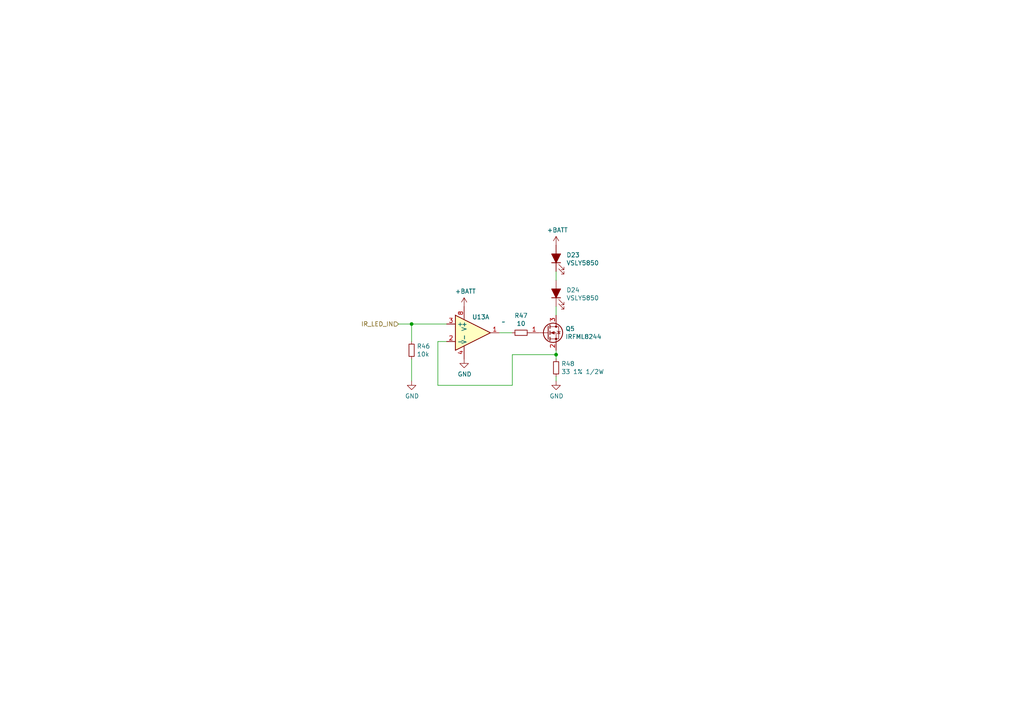
<source format=kicad_sch>
(kicad_sch (version 20231120) (generator "eeschema") (generator_version "8.0")
  (paper "A4")
  (lib_symbols
    (symbol "Device:LED_Filled" (pin_numbers hide) (pin_names (offset 1.016) hide)
      (property "Reference" "D" (at 0 2.54 0))
      (property "Value" "LED_Filled" (at 0 -2.54 0))
      (symbol "LED_Filled_0_1"
        (polyline (pts (xy -1.27 -1.27) (xy -1.27 1.27)) (stroke (width 0.254)))
        (polyline (pts (xy -1.27 0) (xy 1.27 0)))
        (polyline (pts (xy 1.27 -1.27) (xy 1.27 1.27) (xy -1.27 0) (xy 1.27 -1.27)) (stroke (width 0.254)) (fill (type outline)))
        (polyline (pts (xy -3.048 -0.762) (xy -4.572 -2.286) (xy -3.81 -2.286) (xy -4.572 -2.286) (xy -4.572 -1.524)))
        (polyline (pts (xy -1.778 -0.762) (xy -3.302 -2.286) (xy -2.54 -2.286) (xy -3.302 -2.286) (xy -3.302 -1.524)))
      )
      (symbol "LED_Filled_1_1"
        (pin passive line (at -3.81 0 0) (length 2.54) (name "K") (number "1"))
        (pin passive line (at 3.81 0 180) (length 2.54) (name "A") (number "2"))
      )
    )
    (symbol "Device:Q_NMOS_GSD" (pin_names (offset 0) hide)
      (property "Reference" "Q" (at 5.08 1.27 0))
      (property "Value" "Q_NMOS_GSD" (at 5.08 -1.27 0))
      (symbol "Q_NMOS_GSD_0_1"
        (polyline (pts (xy 0.254 0) (xy -2.54 0)))
        (polyline (pts (xy 0.254 1.905) (xy 0.254 -1.905)) (stroke (width 0.254)))
        (polyline (pts (xy 0.762 -1.27) (xy 0.762 -2.286)) (stroke (width 0.254)))
        (polyline (pts (xy 0.762 0.508) (xy 0.762 -0.508)) (stroke (width 0.254)))
        (polyline (pts (xy 0.762 2.286) (xy 0.762 1.27)) (stroke (width 0.254)))
        (polyline (pts (xy 2.54 2.54) (xy 2.54 1.778)))
        (polyline (pts (xy 2.54 -2.54) (xy 2.54 0) (xy 0.762 0)))
        (polyline (pts (xy 0.762 -1.778) (xy 3.302 -1.778) (xy 3.302 1.778) (xy 0.762 1.778)))
        (polyline (pts (xy 1.016 0) (xy 2.032 0.381) (xy 2.032 -0.381) (xy 1.016 0)) (fill (type outline)))
        (polyline (pts (xy 2.794 0.508) (xy 2.921 0.381) (xy 3.683 0.381) (xy 3.81 0.254)))
        (polyline (pts (xy 3.302 0.381) (xy 2.921 -0.254) (xy 3.683 -0.254) (xy 3.302 0.381)))
        (circle (center 1.651 0) (radius 2.794) (stroke (width 0.254)))
        (circle (center 2.54 -1.778) (radius 0.254) (fill (type outline)))
        (circle (center 2.54 1.778) (radius 0.254) (fill (type outline)))
      )
      (symbol "Q_NMOS_GSD_1_1"
        (pin input line (at -5.08 0 0) (length 2.54) (name "G") (number "1"))
        (pin passive line (at 2.54 -5.08 90) (length 2.54) (name "S") (number "2"))
        (pin passive line (at 2.54 5.08 270) (length 2.54) (name "D") (number "3"))
      )
    )
    (symbol "Device:R_Small" (pin_numbers hide) (pin_names (offset 0.254) hide)
      (property "Reference" "R" (at 0.762 0.508 0))
      (property "Value" "R_Small" (at 0.762 -1.016 0))
      (symbol "R_Small_0_1"
        (rectangle (start -0.762 1.778) (end 0.762 -1.778) (stroke (width 0.2032)))
      )
      (symbol "R_Small_1_1"
        (pin passive line (at 0 2.54 270) (length 0.762) (name "~") (number "1"))
        (pin passive line (at 0 -2.54 90) (length 0.762) (name "~") (number "2"))
      )
    )
    (symbol "mylib:NJM2746E"
      (property "Reference" "U" (at 0 0 0))
      (symbol "NJM2746E_0_1"
        (polyline (pts (xy -3.81 -5.08) (xy 6.35 -10.16) (xy -3.81 -15.24) (xy -3.81 -5.08)) (stroke (width 0.254)) (fill (type background)))
        (pin power_in line (at -1.27 -17.78 90) (length 3.81) (name "V-") (number "4"))
        (pin power_in line (at -1.27 -2.54 270) (length 3.81) (name "V+") (number "8"))
      )
      (symbol "NJM2746E_1_1"
        (pin output line (at 8.89 -10.16 180) (length 2.54) (name "~") (number "1"))
        (pin input line (at -6.35 -12.7 0) (length 2.54) (name "-") (number "2"))
        (pin input line (at -6.35 -7.62 0) (length 2.54) (name "+") (number "3"))
      )
      (symbol "NJM2746E_2_1"
        (pin input line (at -6.35 -7.62 0) (length 2.54) (name "+") (number "5"))
        (pin input line (at -6.35 -12.7 0) (length 2.54) (name "-") (number "6"))
        (pin output line (at 8.89 -10.16 180) (length 2.54) (name "~") (number "7"))
      )
    )
    (symbol "power:+BATT" (power) (pin_names (offset 0))
      (property "Value" "+BATT" (at 0 3.556 0))
      (symbol "+BATT_0_1"
        (polyline (pts (xy -0.762 1.27) (xy 0 2.54)))
        (polyline (pts (xy 0 0) (xy 0 2.54)))
        (polyline (pts (xy 0 2.54) (xy 0.762 1.27)))
      )
      (symbol "+BATT_1_1"
        (pin power_in line (at 0 0 90) (length 0) hide (name "+BATT") (number "1"))
      )
    )
    (symbol "power:GND" (power) (pin_names (offset 0))
      (property "Value" "GND" (at 0 -3.81 0))
      (symbol "GND_0_1"
        (polyline (pts (xy 0 0) (xy 0 -1.27) (xy 1.27 -1.27) (xy 0 -2.54) (xy -1.27 -1.27) (xy 0 -1.27)))
      )
      (symbol "GND_1_1"
        (pin power_in line (at 0 0 270) (length 0) hide (name "GND") (number "1"))
      )
    )
  )
  (junction (at 119.38 93.98))
  (junction (at 161.29 102.87))
  (wire (pts (xy 119.38 99.06) (xy 119.38 93.98)))
  (wire (pts (xy 148.59 102.87) (xy 148.59 111.76)))
  (wire (pts (xy 161.29 110.49) (xy 161.29 109.22)))
  (wire (pts (xy 127 99.06) (xy 129.54 99.06)))
  (wire (pts (xy 144.78 96.52) (xy 148.59 96.52)))
  (wire (pts (xy 148.59 111.76) (xy 127 111.76)))
  (wire (pts (xy 161.29 102.87) (xy 148.59 102.87)))
  (wire (pts (xy 119.38 93.98) (xy 129.54 93.98)))
  (wire (pts (xy 119.38 93.98) (xy 115.57 93.98)))
  (wire (pts (xy 119.38 110.49) (xy 119.38 104.14)))
  (wire (pts (xy 127 111.76) (xy 127 99.06)))
  (wire (pts (xy 161.29 102.87) (xy 161.29 104.14)))
  (wire (pts (xy 161.29 91.44) (xy 161.29 88.9)))
  (wire (pts (xy 161.29 81.28) (xy 161.29 78.74)))
  (wire (pts (xy 161.29 101.6) (xy 161.29 102.87)))
  (hierarchical_label "IR_LED_IN" (shape input) (at 115.57 93.98 180))
  (symbol (lib_id "Device:R_Small") (at 119.38 101.6 180) (unit 1)
    (property "Reference" "R46" (at 120.8786 100.4316 0) (effects (justify right)))
    (property "Value" "10k" (at 120.8786 102.743 0) (effects (justify right)))
    (property "Footprint" "Resistor_SMD:R_0201_0603Metric" (effects (hide yes)))
  )
  (symbol (lib_id "Device:LED_Filled") (at 161.29 74.93 90) (unit 1)
    (property "Reference" "D23" (at 164.2618 73.9648 90) (effects (justify right)))
    (property "Value" "VSLY5850" (at 164.2618 76.2762 90) (effects (justify right)))
    (property "Footprint" "Diode_THT:D_T-1_P2.54mm_Vertical_AnodeUp" (effects (hide yes)))
  )
  (symbol (lib_id "power:+BATT") (at 161.29 71.12 0) (unit 1)
    (property "Reference" "#PWR0145" (effects (hide yes)))
    (property "Value" "+BATT" (at 161.671 66.7258 0))
  )
  (symbol (lib_id "Device:R_Small") (at 161.29 106.68 0) (unit 1)
    (property "Reference" "R48" (at 162.7886 105.5116 0) (effects (justify left)))
    (property "Value" "33 1% 1/2W" (at 162.7886 107.823 0) (effects (justify left)))
    (property "Footprint" "Resistor_SMD:R_0603_1608Metric" (effects (hide yes)))
  )
  (symbol (lib_id "Device:Q_NMOS_GSD") (at 158.75 96.52 0) (unit 1)
    (property "Reference" "Q5" (at 163.9824 95.3516 0) (effects (justify left)))
    (property "Value" "IRFML8244" (at 163.9824 97.663 0) (effects (justify left)))
    (property "Footprint" "Package_TO_SOT_SMD:SOT-23" (effects (hide yes)))
  )
  (symbol (lib_id "Device:LED_Filled") (at 161.29 85.09 90) (unit 1)
    (property "Reference" "D24" (at 164.2618 84.1248 90) (effects (justify right)))
    (property "Value" "VSLY5850" (at 164.2618 86.4362 90) (effects (justify right)))
    (property "Footprint" "Diode_THT:D_T-1_P2.54mm_Vertical_AnodeUp" (effects (hide yes)))
  )
  (symbol (lib_id "power:GND") (at 161.29 110.49 0) (unit 1)
    (property "Reference" "#PWR0146" (effects (hide yes)))
    (property "Value" "GND" (at 161.417 114.8842 0))
  )
  (symbol (lib_id "power:GND") (at 134.62 104.14 0) (unit 1)
    (property "Reference" "#PWR0144" (effects (hide yes)))
    (property "Value" "GND" (at 134.747 108.5342 0))
  )
  (symbol (lib_id "mylib:NJM2746E") (at 135.89 86.36 0) (unit 1)
    (property "Reference" "U13" (at 139.446 91.948 0))
    (property "Value" "~" (at 146.05 93.3765 0))
    (property "Footprint" "Package_SO:SOIC-8_3.9x4.9mm_P1.27mm" (effects (hide yes)))
  )
  (symbol (lib_id "power:+BATT") (at 134.62 88.9 0) (unit 1)
    (property "Reference" "#PWR0143" (effects (hide yes)))
    (property "Value" "+BATT" (at 135.001 84.5058 0))
  )
  (symbol (lib_id "Device:R_Small") (at 151.13 96.52 270) (unit 1)
    (property "Reference" "R47" (at 151.13 91.5416 90))
    (property "Value" "10" (at 151.13 93.853 90))
    (property "Footprint" "Resistor_SMD:R_0603_1608Metric" (effects (hide yes)))
  )
  (symbol (lib_id "power:GND") (at 119.38 110.49 0) (unit 1)
    (property "Reference" "#PWR0142" (effects (hide yes)))
    (property "Value" "GND" (at 119.507 114.8842 0))
  )
)
</source>
